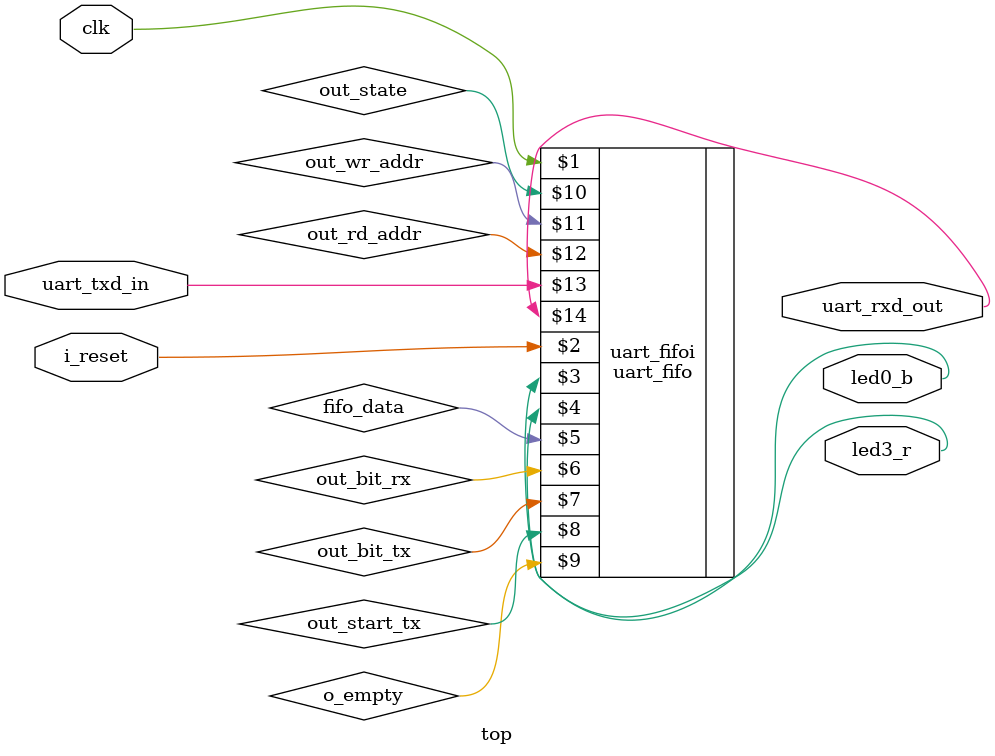
<source format=v>
`timescale 1ns / 1ps

module top #(
    parameter             BW = 9
  ) (
    input wire            clk,
    input wire		        i_reset,

    output wire           led0_b,
    output wire           led3_r,

    input wire            uart_txd_in,
    output wire           uart_rxd_out
  );

  uart_fifo #(BW, 32, 10416) uart_fifoi (
    clk,
    i_reset,
    led0_b,
    led3_r,
    fifo_data,
    out_bit_rx,
    out_bit_tx,
    out_start_tx,
    o_empty,
    out_state,
    out_wr_addr,
    out_rd_addr,
    uart_txd_in,
    uart_rxd_out
  );
endmodule

</source>
